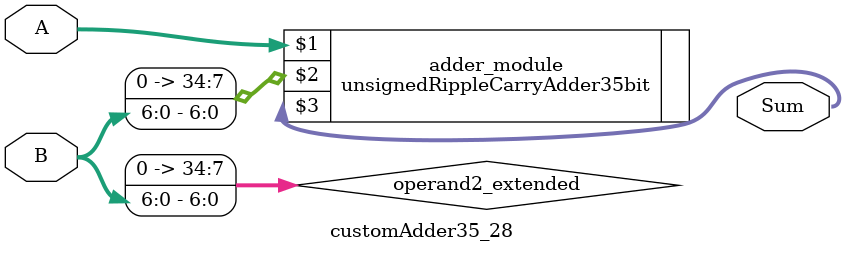
<source format=v>
module customAdder35_28(
                        input [34 : 0] A,
                        input [6 : 0] B,
                        
                        output [35 : 0] Sum
                );

        wire [34 : 0] operand2_extended;
        
        assign operand2_extended =  {28'b0, B};
        
        unsignedRippleCarryAdder35bit adder_module(
            A,
            operand2_extended,
            Sum
        );
        
        endmodule
        
</source>
